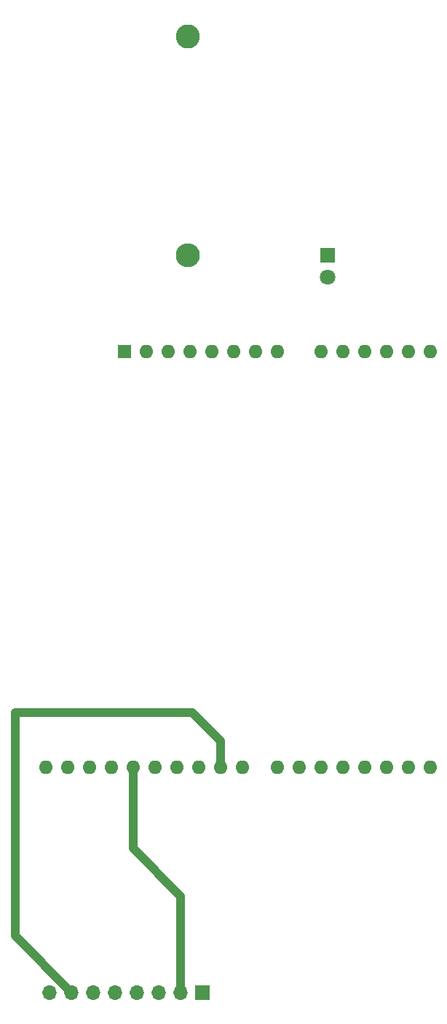
<source format=gbr>
%TF.GenerationSoftware,KiCad,Pcbnew,8.0.4*%
%TF.CreationDate,2025-01-03T11:27:22+01:00*%
%TF.ProjectId,miso_mosi,6d69736f-5f6d-46f7-9369-2e6b69636164,rev?*%
%TF.SameCoordinates,Original*%
%TF.FileFunction,Copper,L1,Top*%
%TF.FilePolarity,Positive*%
%FSLAX46Y46*%
G04 Gerber Fmt 4.6, Leading zero omitted, Abs format (unit mm)*
G04 Created by KiCad (PCBNEW 8.0.4) date 2025-01-03 11:27:22*
%MOMM*%
%LPD*%
G01*
G04 APERTURE LIST*
%TA.AperFunction,ComponentPad*%
%ADD10R,1.800000X1.800000*%
%TD*%
%TA.AperFunction,ComponentPad*%
%ADD11C,1.800000*%
%TD*%
%TA.AperFunction,ComponentPad*%
%ADD12R,1.700000X1.700000*%
%TD*%
%TA.AperFunction,ComponentPad*%
%ADD13O,1.700000X1.700000*%
%TD*%
%TA.AperFunction,ComponentPad*%
%ADD14C,2.800000*%
%TD*%
%TA.AperFunction,ComponentPad*%
%ADD15O,2.800000X2.800000*%
%TD*%
%TA.AperFunction,ComponentPad*%
%ADD16R,1.600000X1.600000*%
%TD*%
%TA.AperFunction,ComponentPad*%
%ADD17O,1.600000X1.600000*%
%TD*%
%TA.AperFunction,Conductor*%
%ADD18C,1.000000*%
%TD*%
G04 APERTURE END LIST*
D10*
%TO.P,D1,1,K*%
%TO.N,Net-(D1-K)*%
X105319000Y-56662000D03*
D11*
%TO.P,D1,2,A*%
%TO.N,Net-(A1-D7)*%
X105319000Y-59202000D03*
%TD*%
D12*
%TO.P,RFID_RC522,1,Pin_1*%
%TO.N,SDA_SS*%
X90790000Y-142183000D03*
D13*
%TO.P,RFID_RC522,2,Pin_2*%
%TO.N,SCK*%
X88250000Y-142183000D03*
%TO.P,RFID_RC522,3,Pin_3*%
%TO.N,MOSI*%
X85710000Y-142183000D03*
%TO.P,RFID_RC522,4,Pin_4*%
%TO.N,MISO*%
X83170000Y-142183000D03*
%TO.P,RFID_RC522,5,Pin_5*%
%TO.N,unconnected-(RFID_RC522-Pin_5-Pad5)*%
X80630000Y-142183000D03*
%TO.P,RFID_RC522,6,Pin_6*%
%TO.N,/GND*%
X78090000Y-142183000D03*
%TO.P,RFID_RC522,7,Pin_7*%
%TO.N,RST*%
X75550000Y-142183000D03*
%TO.P,RFID_RC522,8,Pin_8*%
%TO.N,/3V3*%
X73010000Y-142183000D03*
%TD*%
D14*
%TO.P,R1,1*%
%TO.N,Net-(D1-K)*%
X89027000Y-31242000D03*
D15*
%TO.P,R1,2*%
%TO.N,Net-(A1-GND-Pad7)*%
X89027000Y-56642000D03*
%TD*%
D16*
%TO.P,A1,1,NC*%
%TO.N,unconnected-(A1-NC-Pad1)*%
X81661000Y-67818000D03*
D17*
%TO.P,A1,2,IOREF*%
%TO.N,unconnected-(A1-IOREF-Pad2)*%
X84201000Y-67818000D03*
%TO.P,A1,3,~{RESET}*%
%TO.N,unconnected-(A1-~{RESET}-Pad3)*%
X86741000Y-67818000D03*
%TO.P,A1,4,3V3*%
%TO.N,/3V3*%
X89281000Y-67818000D03*
%TO.P,A1,5,+5V*%
%TO.N,unconnected-(A1-+5V-Pad5)*%
X91821000Y-67818000D03*
%TO.P,A1,6,GND*%
%TO.N,unconnected-(A1-GND-Pad6)*%
X94361000Y-67818000D03*
%TO.P,A1,7,GND*%
%TO.N,Net-(A1-GND-Pad7)*%
X96901000Y-67818000D03*
%TO.P,A1,8,VIN*%
%TO.N,unconnected-(A1-VIN-Pad8)*%
X99441000Y-67818000D03*
%TO.P,A1,9,A0*%
%TO.N,unconnected-(A1-A0-Pad9)*%
X104521000Y-67818000D03*
%TO.P,A1,10,A1*%
%TO.N,unconnected-(A1-A1-Pad10)*%
X107061000Y-67818000D03*
%TO.P,A1,11,A2*%
%TO.N,unconnected-(A1-A2-Pad11)*%
X109601000Y-67818000D03*
%TO.P,A1,12,A3*%
%TO.N,unconnected-(A1-A3-Pad12)*%
X112141000Y-67818000D03*
%TO.P,A1,13,SDA/A4*%
%TO.N,unconnected-(A1-SDA{slash}A4-Pad13)*%
X114681000Y-67818000D03*
%TO.P,A1,14,SCL/A5*%
%TO.N,unconnected-(A1-SCL{slash}A5-Pad14)*%
X117221000Y-67818000D03*
%TO.P,A1,15,D0/RX*%
%TO.N,unconnected-(A1-D0{slash}RX-Pad15)*%
X117221000Y-116078000D03*
%TO.P,A1,16,D1/TX*%
%TO.N,unconnected-(A1-D1{slash}TX-Pad16)*%
X114681000Y-116078000D03*
%TO.P,A1,17,D2*%
%TO.N,unconnected-(A1-D2-Pad17)*%
X112141000Y-116078000D03*
%TO.P,A1,18,D3*%
%TO.N,unconnected-(A1-D3-Pad18)*%
X109601000Y-116078000D03*
%TO.P,A1,19,D4*%
%TO.N,unconnected-(A1-D4-Pad19)*%
X107061000Y-116078000D03*
%TO.P,A1,20,D5*%
%TO.N,unconnected-(A1-D5-Pad20)*%
X104521000Y-116078000D03*
%TO.P,A1,21,D6*%
%TO.N,unconnected-(A1-D6-Pad21)*%
X101981000Y-116078000D03*
%TO.P,A1,22,D7*%
%TO.N,Net-(A1-D7)*%
X99441000Y-116078000D03*
%TO.P,A1,23,D8*%
%TO.N,unconnected-(A1-D8-Pad23)*%
X95381000Y-116078000D03*
%TO.P,A1,24,D9*%
%TO.N,RST*%
X92841000Y-116078000D03*
%TO.P,A1,25,D10*%
%TO.N,SDA_SS*%
X90301000Y-116078000D03*
%TO.P,A1,26,D11*%
%TO.N,MOSI*%
X87761000Y-116078000D03*
%TO.P,A1,27,D12*%
%TO.N,MISO*%
X85221000Y-116078000D03*
%TO.P,A1,28,D13*%
%TO.N,SCK*%
X82681000Y-116078000D03*
%TO.P,A1,29,GND*%
%TO.N,/GND*%
X80141000Y-116078000D03*
%TO.P,A1,30,AREF*%
%TO.N,unconnected-(A1-AREF-Pad30)*%
X77601000Y-116078000D03*
%TO.P,A1,31,SDA/A4*%
%TO.N,unconnected-(A1-SDA{slash}A4-Pad31)*%
X75061000Y-116078000D03*
%TO.P,A1,32,SCL/A5*%
%TO.N,unconnected-(A1-SCL{slash}A5-Pad32)*%
X72521000Y-116078000D03*
%TD*%
D18*
%TO.N,SCK*%
X82681000Y-125480000D02*
X82681000Y-116078000D01*
X88250000Y-131049000D02*
X82681000Y-125480000D01*
X88250000Y-142183000D02*
X88250000Y-131049000D01*
%TO.N,RST*%
X89535000Y-109728000D02*
X92841000Y-113034000D01*
X68961000Y-109728000D02*
X89535000Y-109728000D01*
X75550000Y-142183000D02*
X68961000Y-135594000D01*
X68961000Y-135594000D02*
X68961000Y-109728000D01*
X92841000Y-113034000D02*
X92841000Y-116078000D01*
%TD*%
M02*

</source>
